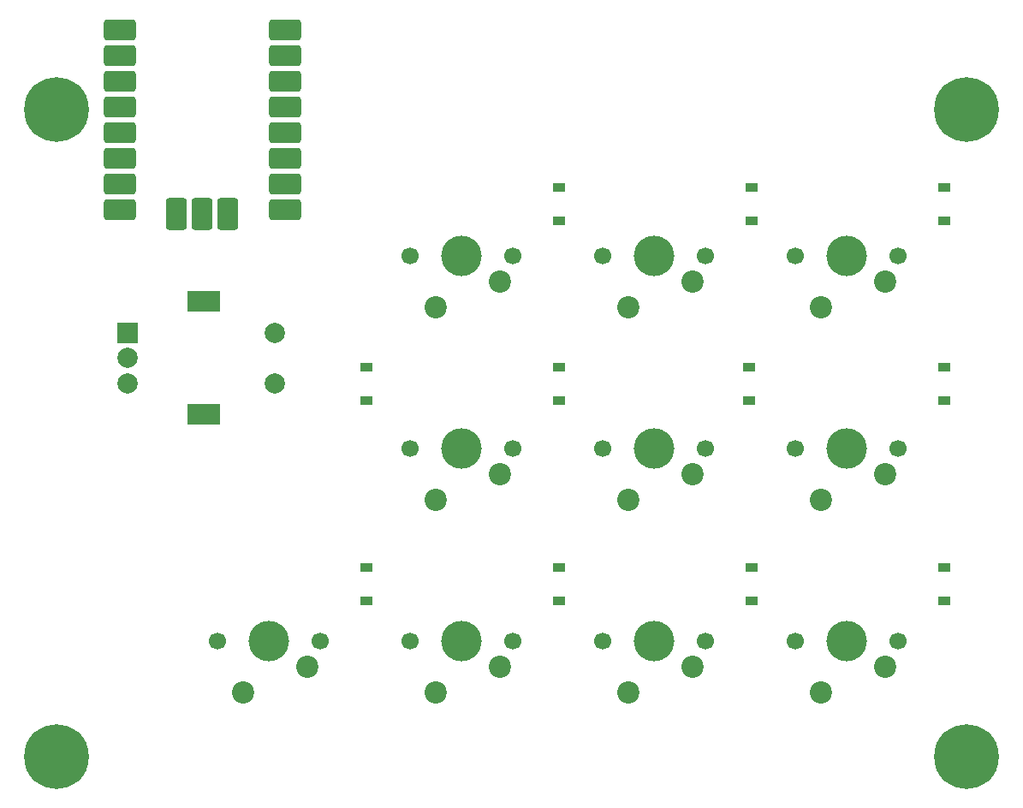
<source format=gbr>
%TF.GenerationSoftware,KiCad,Pcbnew,(6.0.4)*%
%TF.CreationDate,2022-05-17T18:27:42+01:00*%
%TF.ProjectId,MacroPad,4d616372-6f50-4616-942e-6b696361645f,rev?*%
%TF.SameCoordinates,Original*%
%TF.FileFunction,Soldermask,Top*%
%TF.FilePolarity,Negative*%
%FSLAX46Y46*%
G04 Gerber Fmt 4.6, Leading zero omitted, Abs format (unit mm)*
G04 Created by KiCad (PCBNEW (6.0.4)) date 2022-05-17 18:27:42*
%MOMM*%
%LPD*%
G01*
G04 APERTURE LIST*
G04 Aperture macros list*
%AMRoundRect*
0 Rectangle with rounded corners*
0 $1 Rounding radius*
0 $2 $3 $4 $5 $6 $7 $8 $9 X,Y pos of 4 corners*
0 Add a 4 corners polygon primitive as box body*
4,1,4,$2,$3,$4,$5,$6,$7,$8,$9,$2,$3,0*
0 Add four circle primitives for the rounded corners*
1,1,$1+$1,$2,$3*
1,1,$1+$1,$4,$5*
1,1,$1+$1,$6,$7*
1,1,$1+$1,$8,$9*
0 Add four rect primitives between the rounded corners*
20,1,$1+$1,$2,$3,$4,$5,0*
20,1,$1+$1,$4,$5,$6,$7,0*
20,1,$1+$1,$6,$7,$8,$9,0*
20,1,$1+$1,$8,$9,$2,$3,0*%
G04 Aperture macros list end*
%ADD10R,1.200000X0.900000*%
%ADD11C,6.400000*%
%ADD12C,4.000000*%
%ADD13C,1.700000*%
%ADD14C,2.200000*%
%ADD15RoundRect,0.386600X-1.215000X-0.665000X1.215000X-0.665000X1.215000X0.665000X-1.215000X0.665000X0*%
%ADD16RoundRect,0.386600X0.665000X-1.215000X0.665000X1.215000X-0.665000X1.215000X-0.665000X-1.215000X0*%
%ADD17R,2.000000X2.000000*%
%ADD18C,2.000000*%
%ADD19R,3.200000X2.000000*%
G04 APERTURE END LIST*
D10*
%TO.C,D9*%
X201814000Y-71032000D03*
X201814000Y-67732000D03*
%TD*%
%TO.C,D3*%
X201814000Y-108624000D03*
X201814000Y-105324000D03*
%TD*%
%TO.C,DR1*%
X144664000Y-88812000D03*
X144664000Y-85512000D03*
%TD*%
%TO.C,D1*%
X163714000Y-108624000D03*
X163714000Y-105324000D03*
%TD*%
%TO.C,D5*%
X182510000Y-88812000D03*
X182510000Y-85512000D03*
%TD*%
D11*
%TO.C,UwU*%
X204000000Y-124000000D03*
%TD*%
D10*
%TO.C,D8*%
X182764000Y-71032000D03*
X182764000Y-67732000D03*
%TD*%
%TO.C,D4*%
X163714000Y-88812000D03*
X163714000Y-85512000D03*
%TD*%
D12*
%TO.C,SWM1*%
X135012000Y-112562000D03*
D13*
X129932000Y-112562000D03*
X140092000Y-112562000D03*
D14*
X132472000Y-117642000D03*
X138822000Y-115102000D03*
%TD*%
D13*
%TO.C,SW5*%
X178192000Y-93512000D03*
X168032000Y-93512000D03*
D12*
X173112000Y-93512000D03*
D14*
X170572000Y-98592000D03*
X176922000Y-96052000D03*
%TD*%
D15*
%TO.C,PCB1*%
X136578000Y-52138600D03*
X136578000Y-54678600D03*
X136578000Y-57218600D03*
X136578000Y-59758600D03*
X120238000Y-57218600D03*
X136578000Y-62298600D03*
X136578000Y-64838600D03*
X120238000Y-52138600D03*
X136578000Y-67378600D03*
X136578000Y-69918600D03*
X120238000Y-67378600D03*
X120238000Y-64838600D03*
X120238000Y-62298600D03*
X120238000Y-59758600D03*
X120238000Y-54678600D03*
X120238000Y-69918600D03*
D16*
X128408000Y-70358600D03*
X125868000Y-70358600D03*
X130948000Y-70358600D03*
%TD*%
D13*
%TO.C,SW7*%
X159142000Y-74462000D03*
D12*
X154062000Y-74462000D03*
D13*
X148982000Y-74462000D03*
D14*
X151522000Y-79542000D03*
X157872000Y-77002000D03*
%TD*%
D13*
%TO.C,SW8*%
X168032000Y-74462000D03*
X178192000Y-74462000D03*
D12*
X173112000Y-74462000D03*
D14*
X170572000Y-79542000D03*
X176922000Y-77002000D03*
%TD*%
D13*
%TO.C,SW3*%
X197242000Y-112562000D03*
X187082000Y-112562000D03*
D12*
X192162000Y-112562000D03*
D14*
X189622000Y-117642000D03*
X195972000Y-115102000D03*
%TD*%
D11*
%TO.C,Daddy*%
X114000000Y-124000000D03*
%TD*%
%TO.C,me*%
X204000000Y-60000000D03*
%TD*%
D13*
%TO.C,SW4*%
X148982000Y-93512000D03*
D12*
X154062000Y-93512000D03*
D13*
X159142000Y-93512000D03*
D14*
X151522000Y-98592000D03*
X157872000Y-96052000D03*
%TD*%
D10*
%TO.C,D6*%
X201814000Y-88812000D03*
X201814000Y-85512000D03*
%TD*%
D17*
%TO.C,SWR1*%
X121042000Y-82082000D03*
D18*
X121042000Y-87082000D03*
X121042000Y-84582000D03*
D19*
X128542000Y-90182000D03*
X128542000Y-78982000D03*
D18*
X135542000Y-87082000D03*
X135542000Y-82082000D03*
%TD*%
D13*
%TO.C,SW2*%
X178192000Y-112562000D03*
D12*
X173112000Y-112562000D03*
D13*
X168032000Y-112562000D03*
D14*
X170572000Y-117642000D03*
X176922000Y-115102000D03*
%TD*%
D11*
%TO.C,mount*%
X114000000Y-60000000D03*
%TD*%
D12*
%TO.C,SW9*%
X192162000Y-74462000D03*
D13*
X197242000Y-74462000D03*
X187082000Y-74462000D03*
D14*
X189622000Y-79542000D03*
X195972000Y-77002000D03*
%TD*%
D10*
%TO.C,D2*%
X182764000Y-108624000D03*
X182764000Y-105324000D03*
%TD*%
D12*
%TO.C,SW6*%
X192162000Y-93512000D03*
D13*
X187082000Y-93512000D03*
X197242000Y-93512000D03*
D14*
X189622000Y-98592000D03*
X195972000Y-96052000D03*
%TD*%
D13*
%TO.C,SW1*%
X159142000Y-112562000D03*
D12*
X154062000Y-112562000D03*
D13*
X148982000Y-112562000D03*
D14*
X151522000Y-117642000D03*
X157872000Y-115102000D03*
%TD*%
D10*
%TO.C,DM1*%
X144664000Y-108624000D03*
X144664000Y-105324000D03*
%TD*%
%TO.C,D7*%
X163714000Y-71032000D03*
X163714000Y-67732000D03*
%TD*%
M02*

</source>
